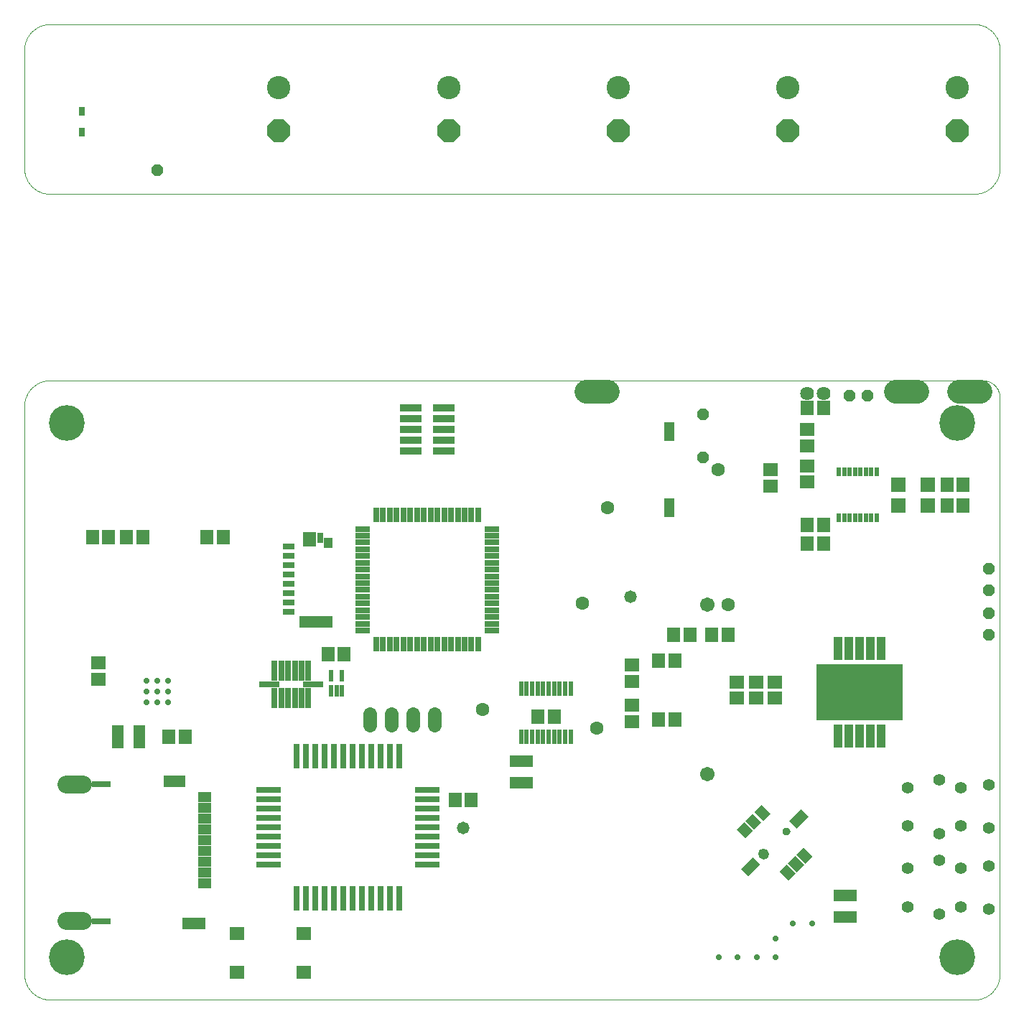
<source format=gts>
G75*
%MOIN*%
%OFA0B0*%
%FSLAX25Y25*%
%IPPOS*%
%LPD*%
%AMOC8*
5,1,8,0,0,1.08239X$1,22.5*
%
%ADD10C,0.00000*%
%ADD11R,0.06706X0.05918*%
%ADD12R,0.05918X0.06706*%
%ADD13C,0.06706*%
%ADD14C,0.10800*%
%ADD15OC8,0.10800*%
%ADD16C,0.06400*%
%ADD17R,0.03162X0.03950*%
%ADD18R,0.06600X0.02800*%
%ADD19R,0.02800X0.06600*%
%ADD20R,0.02965X0.09245*%
%ADD21R,0.09245X0.02965*%
%ADD22R,0.02375X0.05524*%
%ADD23R,0.05721X0.03162*%
%ADD24R,0.15721X0.05524*%
%ADD25R,0.03162X0.04737*%
%ADD26R,0.06312X0.06509*%
%ADD27R,0.04146X0.04540*%
%ADD28R,0.10643X0.05328*%
%ADD29R,0.10052X0.05328*%
%ADD30R,0.05918X0.04737*%
%ADD31R,0.08674X0.03162*%
%ADD32C,0.08477*%
%ADD33R,0.03162X0.11824*%
%ADD34R,0.11824X0.03162*%
%ADD35R,0.02400X0.04400*%
%ADD36R,0.10800X0.05800*%
%ADD37OC8,0.05600*%
%ADD38R,0.06706X0.06706*%
%ADD39R,0.05100X0.08700*%
%ADD40C,0.10850*%
%ADD41C,0.06312*%
%ADD42C,0.05800*%
%ADD43R,0.39370X0.25197*%
%ADD44R,0.04200X0.11000*%
%ADD45R,0.40170X0.25997*%
%ADD46C,0.02769*%
%ADD47R,0.06902X0.05918*%
%ADD48R,0.10249X0.03792*%
%ADD49C,0.06200*%
%ADD50R,0.04737X0.05918*%
%ADD51R,0.04737X0.07887*%
%ADD52C,0.03753*%
%ADD53C,0.04934*%
%ADD54C,0.05524*%
%ADD55R,0.05800X0.10800*%
%ADD56R,0.01981X0.07099*%
%ADD57C,0.16611*%
%ADD58OC8,0.05229*%
D10*
X0071650Y0095547D02*
X0500784Y0095547D01*
X0501069Y0095550D01*
X0501355Y0095561D01*
X0501640Y0095578D01*
X0501924Y0095602D01*
X0502208Y0095633D01*
X0502491Y0095671D01*
X0502772Y0095716D01*
X0503053Y0095767D01*
X0503333Y0095825D01*
X0503611Y0095890D01*
X0503887Y0095962D01*
X0504161Y0096040D01*
X0504434Y0096125D01*
X0504704Y0096217D01*
X0504972Y0096315D01*
X0505238Y0096419D01*
X0505501Y0096530D01*
X0505761Y0096647D01*
X0506019Y0096770D01*
X0506273Y0096900D01*
X0506524Y0097036D01*
X0506772Y0097177D01*
X0507016Y0097325D01*
X0507257Y0097478D01*
X0507493Y0097638D01*
X0507726Y0097803D01*
X0507955Y0097973D01*
X0508180Y0098149D01*
X0508400Y0098331D01*
X0508616Y0098517D01*
X0508827Y0098709D01*
X0509034Y0098906D01*
X0509236Y0099108D01*
X0509433Y0099315D01*
X0509625Y0099526D01*
X0509811Y0099742D01*
X0509993Y0099962D01*
X0510169Y0100187D01*
X0510339Y0100416D01*
X0510504Y0100649D01*
X0510664Y0100885D01*
X0510817Y0101126D01*
X0510965Y0101370D01*
X0511106Y0101618D01*
X0511242Y0101869D01*
X0511372Y0102123D01*
X0511495Y0102381D01*
X0511612Y0102641D01*
X0511723Y0102904D01*
X0511827Y0103170D01*
X0511925Y0103438D01*
X0512017Y0103708D01*
X0512102Y0103981D01*
X0512180Y0104255D01*
X0512252Y0104531D01*
X0512317Y0104809D01*
X0512375Y0105089D01*
X0512426Y0105370D01*
X0512471Y0105651D01*
X0512509Y0105934D01*
X0512540Y0106218D01*
X0512564Y0106502D01*
X0512581Y0106787D01*
X0512592Y0107073D01*
X0512595Y0107358D01*
X0512595Y0375075D01*
X0512593Y0375265D01*
X0512586Y0375455D01*
X0512574Y0375645D01*
X0512558Y0375835D01*
X0512538Y0376024D01*
X0512512Y0376213D01*
X0512483Y0376401D01*
X0512448Y0376588D01*
X0512409Y0376774D01*
X0512366Y0376959D01*
X0512318Y0377144D01*
X0512266Y0377327D01*
X0512210Y0377508D01*
X0512149Y0377688D01*
X0512083Y0377867D01*
X0512014Y0378044D01*
X0511940Y0378220D01*
X0511862Y0378393D01*
X0511779Y0378565D01*
X0511693Y0378734D01*
X0511603Y0378902D01*
X0511508Y0379067D01*
X0511410Y0379230D01*
X0511307Y0379390D01*
X0511201Y0379548D01*
X0511091Y0379703D01*
X0510978Y0379856D01*
X0510860Y0380006D01*
X0510739Y0380152D01*
X0510615Y0380296D01*
X0510487Y0380437D01*
X0510356Y0380575D01*
X0510221Y0380710D01*
X0510083Y0380841D01*
X0509942Y0380969D01*
X0509798Y0381093D01*
X0509652Y0381214D01*
X0509502Y0381332D01*
X0509349Y0381445D01*
X0509194Y0381555D01*
X0509036Y0381661D01*
X0508876Y0381764D01*
X0508713Y0381862D01*
X0508548Y0381957D01*
X0508380Y0382047D01*
X0508211Y0382133D01*
X0508039Y0382216D01*
X0507866Y0382294D01*
X0507690Y0382368D01*
X0507513Y0382437D01*
X0507334Y0382503D01*
X0507154Y0382564D01*
X0506973Y0382620D01*
X0506790Y0382672D01*
X0506605Y0382720D01*
X0506420Y0382763D01*
X0506234Y0382802D01*
X0506047Y0382837D01*
X0505859Y0382866D01*
X0505670Y0382892D01*
X0505481Y0382912D01*
X0505291Y0382928D01*
X0505101Y0382940D01*
X0504911Y0382947D01*
X0504721Y0382949D01*
X0071650Y0382949D01*
X0071365Y0382946D01*
X0071079Y0382935D01*
X0070794Y0382918D01*
X0070510Y0382894D01*
X0070226Y0382863D01*
X0069943Y0382825D01*
X0069662Y0382780D01*
X0069381Y0382729D01*
X0069101Y0382671D01*
X0068823Y0382606D01*
X0068547Y0382534D01*
X0068273Y0382456D01*
X0068000Y0382371D01*
X0067730Y0382279D01*
X0067462Y0382181D01*
X0067196Y0382077D01*
X0066933Y0381966D01*
X0066673Y0381849D01*
X0066415Y0381726D01*
X0066161Y0381596D01*
X0065910Y0381460D01*
X0065662Y0381319D01*
X0065418Y0381171D01*
X0065177Y0381018D01*
X0064941Y0380858D01*
X0064708Y0380693D01*
X0064479Y0380523D01*
X0064254Y0380347D01*
X0064034Y0380165D01*
X0063818Y0379979D01*
X0063607Y0379787D01*
X0063400Y0379590D01*
X0063198Y0379388D01*
X0063001Y0379181D01*
X0062809Y0378970D01*
X0062623Y0378754D01*
X0062441Y0378534D01*
X0062265Y0378309D01*
X0062095Y0378080D01*
X0061930Y0377847D01*
X0061770Y0377611D01*
X0061617Y0377370D01*
X0061469Y0377126D01*
X0061328Y0376878D01*
X0061192Y0376627D01*
X0061062Y0376373D01*
X0060939Y0376115D01*
X0060822Y0375855D01*
X0060711Y0375592D01*
X0060607Y0375326D01*
X0060509Y0375058D01*
X0060417Y0374788D01*
X0060332Y0374515D01*
X0060254Y0374241D01*
X0060182Y0373965D01*
X0060117Y0373687D01*
X0060059Y0373407D01*
X0060008Y0373126D01*
X0059963Y0372845D01*
X0059925Y0372562D01*
X0059894Y0372278D01*
X0059870Y0371994D01*
X0059853Y0371709D01*
X0059842Y0371423D01*
X0059839Y0371138D01*
X0059839Y0107358D01*
X0059842Y0107073D01*
X0059853Y0106787D01*
X0059870Y0106502D01*
X0059894Y0106218D01*
X0059925Y0105934D01*
X0059963Y0105651D01*
X0060008Y0105370D01*
X0060059Y0105089D01*
X0060117Y0104809D01*
X0060182Y0104531D01*
X0060254Y0104255D01*
X0060332Y0103981D01*
X0060417Y0103708D01*
X0060509Y0103438D01*
X0060607Y0103170D01*
X0060711Y0102904D01*
X0060822Y0102641D01*
X0060939Y0102381D01*
X0061062Y0102123D01*
X0061192Y0101869D01*
X0061328Y0101618D01*
X0061469Y0101370D01*
X0061617Y0101126D01*
X0061770Y0100885D01*
X0061930Y0100649D01*
X0062095Y0100416D01*
X0062265Y0100187D01*
X0062441Y0099962D01*
X0062623Y0099742D01*
X0062809Y0099526D01*
X0063001Y0099315D01*
X0063198Y0099108D01*
X0063400Y0098906D01*
X0063607Y0098709D01*
X0063818Y0098517D01*
X0064034Y0098331D01*
X0064254Y0098149D01*
X0064479Y0097973D01*
X0064708Y0097803D01*
X0064941Y0097638D01*
X0065177Y0097478D01*
X0065418Y0097325D01*
X0065662Y0097177D01*
X0065910Y0097036D01*
X0066161Y0096900D01*
X0066415Y0096770D01*
X0066673Y0096647D01*
X0066933Y0096530D01*
X0067196Y0096419D01*
X0067462Y0096315D01*
X0067730Y0096217D01*
X0068000Y0096125D01*
X0068273Y0096040D01*
X0068547Y0095962D01*
X0068823Y0095890D01*
X0069101Y0095825D01*
X0069381Y0095767D01*
X0069662Y0095716D01*
X0069943Y0095671D01*
X0070226Y0095633D01*
X0070510Y0095602D01*
X0070794Y0095578D01*
X0071079Y0095561D01*
X0071365Y0095550D01*
X0071650Y0095547D01*
X0400908Y0163093D02*
X0400910Y0163184D01*
X0400916Y0163274D01*
X0400926Y0163365D01*
X0400940Y0163454D01*
X0400958Y0163543D01*
X0400979Y0163632D01*
X0401005Y0163719D01*
X0401034Y0163805D01*
X0401068Y0163889D01*
X0401104Y0163972D01*
X0401145Y0164054D01*
X0401189Y0164133D01*
X0401236Y0164211D01*
X0401287Y0164286D01*
X0401341Y0164359D01*
X0401398Y0164429D01*
X0401458Y0164497D01*
X0401521Y0164563D01*
X0401587Y0164625D01*
X0401656Y0164684D01*
X0401727Y0164741D01*
X0401801Y0164794D01*
X0401877Y0164844D01*
X0401955Y0164891D01*
X0402035Y0164934D01*
X0402116Y0164973D01*
X0402200Y0165009D01*
X0402285Y0165041D01*
X0402371Y0165070D01*
X0402458Y0165094D01*
X0402547Y0165115D01*
X0402636Y0165132D01*
X0402726Y0165145D01*
X0402816Y0165154D01*
X0402907Y0165159D01*
X0402998Y0165160D01*
X0403088Y0165157D01*
X0403179Y0165150D01*
X0403269Y0165139D01*
X0403359Y0165124D01*
X0403448Y0165105D01*
X0403536Y0165083D01*
X0403622Y0165056D01*
X0403708Y0165026D01*
X0403792Y0164992D01*
X0403875Y0164954D01*
X0403956Y0164913D01*
X0404035Y0164868D01*
X0404112Y0164819D01*
X0404186Y0164768D01*
X0404259Y0164713D01*
X0404329Y0164655D01*
X0404396Y0164594D01*
X0404460Y0164530D01*
X0404522Y0164464D01*
X0404581Y0164394D01*
X0404636Y0164323D01*
X0404689Y0164248D01*
X0404738Y0164172D01*
X0404784Y0164094D01*
X0404826Y0164013D01*
X0404865Y0163931D01*
X0404900Y0163847D01*
X0404931Y0163762D01*
X0404958Y0163675D01*
X0404982Y0163588D01*
X0405002Y0163499D01*
X0405018Y0163410D01*
X0405030Y0163320D01*
X0405038Y0163229D01*
X0405042Y0163138D01*
X0405042Y0163048D01*
X0405038Y0162957D01*
X0405030Y0162866D01*
X0405018Y0162776D01*
X0405002Y0162687D01*
X0404982Y0162598D01*
X0404958Y0162511D01*
X0404931Y0162424D01*
X0404900Y0162339D01*
X0404865Y0162255D01*
X0404826Y0162173D01*
X0404784Y0162092D01*
X0404738Y0162014D01*
X0404689Y0161938D01*
X0404636Y0161863D01*
X0404581Y0161792D01*
X0404522Y0161722D01*
X0404460Y0161656D01*
X0404396Y0161592D01*
X0404329Y0161531D01*
X0404259Y0161473D01*
X0404186Y0161418D01*
X0404112Y0161367D01*
X0404035Y0161318D01*
X0403956Y0161273D01*
X0403875Y0161232D01*
X0403792Y0161194D01*
X0403708Y0161160D01*
X0403622Y0161130D01*
X0403536Y0161103D01*
X0403448Y0161081D01*
X0403359Y0161062D01*
X0403269Y0161047D01*
X0403179Y0161036D01*
X0403088Y0161029D01*
X0402998Y0161026D01*
X0402907Y0161027D01*
X0402816Y0161032D01*
X0402726Y0161041D01*
X0402636Y0161054D01*
X0402547Y0161071D01*
X0402458Y0161092D01*
X0402371Y0161116D01*
X0402285Y0161145D01*
X0402200Y0161177D01*
X0402116Y0161213D01*
X0402035Y0161252D01*
X0401955Y0161295D01*
X0401877Y0161342D01*
X0401801Y0161392D01*
X0401727Y0161445D01*
X0401656Y0161502D01*
X0401587Y0161561D01*
X0401521Y0161623D01*
X0401458Y0161689D01*
X0401398Y0161757D01*
X0401341Y0161827D01*
X0401287Y0161900D01*
X0401236Y0161975D01*
X0401189Y0162053D01*
X0401145Y0162132D01*
X0401104Y0162214D01*
X0401068Y0162297D01*
X0401034Y0162381D01*
X0401005Y0162467D01*
X0400979Y0162554D01*
X0400958Y0162643D01*
X0400940Y0162732D01*
X0400926Y0162821D01*
X0400916Y0162912D01*
X0400910Y0163002D01*
X0400908Y0163093D01*
X0412078Y0173671D02*
X0412080Y0173748D01*
X0412086Y0173824D01*
X0412096Y0173900D01*
X0412110Y0173975D01*
X0412127Y0174050D01*
X0412149Y0174123D01*
X0412174Y0174196D01*
X0412204Y0174267D01*
X0412236Y0174336D01*
X0412273Y0174403D01*
X0412312Y0174469D01*
X0412355Y0174532D01*
X0412402Y0174593D01*
X0412451Y0174652D01*
X0412504Y0174708D01*
X0412559Y0174761D01*
X0412617Y0174811D01*
X0412677Y0174858D01*
X0412740Y0174902D01*
X0412805Y0174943D01*
X0412872Y0174980D01*
X0412941Y0175014D01*
X0413011Y0175044D01*
X0413083Y0175070D01*
X0413157Y0175092D01*
X0413231Y0175111D01*
X0413306Y0175126D01*
X0413382Y0175137D01*
X0413458Y0175144D01*
X0413535Y0175147D01*
X0413611Y0175146D01*
X0413688Y0175141D01*
X0413764Y0175132D01*
X0413840Y0175119D01*
X0413914Y0175102D01*
X0413988Y0175082D01*
X0414061Y0175057D01*
X0414132Y0175029D01*
X0414202Y0174997D01*
X0414270Y0174962D01*
X0414336Y0174923D01*
X0414400Y0174881D01*
X0414461Y0174835D01*
X0414521Y0174786D01*
X0414577Y0174735D01*
X0414631Y0174680D01*
X0414682Y0174623D01*
X0414730Y0174563D01*
X0414775Y0174501D01*
X0414816Y0174436D01*
X0414854Y0174370D01*
X0414889Y0174302D01*
X0414919Y0174231D01*
X0414947Y0174160D01*
X0414970Y0174087D01*
X0414990Y0174013D01*
X0415006Y0173938D01*
X0415018Y0173862D01*
X0415026Y0173786D01*
X0415030Y0173709D01*
X0415030Y0173633D01*
X0415026Y0173556D01*
X0415018Y0173480D01*
X0415006Y0173404D01*
X0414990Y0173329D01*
X0414970Y0173255D01*
X0414947Y0173182D01*
X0414919Y0173111D01*
X0414889Y0173040D01*
X0414854Y0172972D01*
X0414816Y0172906D01*
X0414775Y0172841D01*
X0414730Y0172779D01*
X0414682Y0172719D01*
X0414631Y0172662D01*
X0414577Y0172607D01*
X0414521Y0172556D01*
X0414461Y0172507D01*
X0414400Y0172461D01*
X0414336Y0172419D01*
X0414270Y0172380D01*
X0414202Y0172345D01*
X0414132Y0172313D01*
X0414061Y0172285D01*
X0413988Y0172260D01*
X0413914Y0172240D01*
X0413840Y0172223D01*
X0413764Y0172210D01*
X0413688Y0172201D01*
X0413611Y0172196D01*
X0413535Y0172195D01*
X0413458Y0172198D01*
X0413382Y0172205D01*
X0413306Y0172216D01*
X0413231Y0172231D01*
X0413157Y0172250D01*
X0413083Y0172272D01*
X0413011Y0172298D01*
X0412941Y0172328D01*
X0412872Y0172362D01*
X0412805Y0172399D01*
X0412740Y0172440D01*
X0412677Y0172484D01*
X0412617Y0172531D01*
X0412559Y0172581D01*
X0412504Y0172634D01*
X0412451Y0172690D01*
X0412402Y0172749D01*
X0412355Y0172810D01*
X0412312Y0172873D01*
X0412273Y0172939D01*
X0412236Y0173006D01*
X0412204Y0173075D01*
X0412174Y0173146D01*
X0412149Y0173219D01*
X0412127Y0173292D01*
X0412110Y0173367D01*
X0412096Y0173442D01*
X0412086Y0173518D01*
X0412080Y0173594D01*
X0412078Y0173671D01*
X0500784Y0469563D02*
X0071650Y0469563D01*
X0071365Y0469566D01*
X0071079Y0469577D01*
X0070794Y0469594D01*
X0070510Y0469618D01*
X0070226Y0469649D01*
X0069943Y0469687D01*
X0069662Y0469732D01*
X0069381Y0469783D01*
X0069101Y0469841D01*
X0068823Y0469906D01*
X0068547Y0469978D01*
X0068273Y0470056D01*
X0068000Y0470141D01*
X0067730Y0470233D01*
X0067462Y0470331D01*
X0067196Y0470435D01*
X0066933Y0470546D01*
X0066673Y0470663D01*
X0066415Y0470786D01*
X0066161Y0470916D01*
X0065910Y0471052D01*
X0065662Y0471193D01*
X0065418Y0471341D01*
X0065177Y0471494D01*
X0064941Y0471654D01*
X0064708Y0471819D01*
X0064479Y0471989D01*
X0064254Y0472165D01*
X0064034Y0472347D01*
X0063818Y0472533D01*
X0063607Y0472725D01*
X0063400Y0472922D01*
X0063198Y0473124D01*
X0063001Y0473331D01*
X0062809Y0473542D01*
X0062623Y0473758D01*
X0062441Y0473978D01*
X0062265Y0474203D01*
X0062095Y0474432D01*
X0061930Y0474665D01*
X0061770Y0474901D01*
X0061617Y0475142D01*
X0061469Y0475386D01*
X0061328Y0475634D01*
X0061192Y0475885D01*
X0061062Y0476139D01*
X0060939Y0476397D01*
X0060822Y0476657D01*
X0060711Y0476920D01*
X0060607Y0477186D01*
X0060509Y0477454D01*
X0060417Y0477724D01*
X0060332Y0477997D01*
X0060254Y0478271D01*
X0060182Y0478547D01*
X0060117Y0478825D01*
X0060059Y0479105D01*
X0060008Y0479386D01*
X0059963Y0479667D01*
X0059925Y0479950D01*
X0059894Y0480234D01*
X0059870Y0480518D01*
X0059853Y0480803D01*
X0059842Y0481089D01*
X0059839Y0481374D01*
X0059839Y0536492D01*
X0059842Y0536777D01*
X0059853Y0537063D01*
X0059870Y0537348D01*
X0059894Y0537632D01*
X0059925Y0537916D01*
X0059963Y0538199D01*
X0060008Y0538480D01*
X0060059Y0538761D01*
X0060117Y0539041D01*
X0060182Y0539319D01*
X0060254Y0539595D01*
X0060332Y0539869D01*
X0060417Y0540142D01*
X0060509Y0540412D01*
X0060607Y0540680D01*
X0060711Y0540946D01*
X0060822Y0541209D01*
X0060939Y0541469D01*
X0061062Y0541727D01*
X0061192Y0541981D01*
X0061328Y0542232D01*
X0061469Y0542480D01*
X0061617Y0542724D01*
X0061770Y0542965D01*
X0061930Y0543201D01*
X0062095Y0543434D01*
X0062265Y0543663D01*
X0062441Y0543888D01*
X0062623Y0544108D01*
X0062809Y0544324D01*
X0063001Y0544535D01*
X0063198Y0544742D01*
X0063400Y0544944D01*
X0063607Y0545141D01*
X0063818Y0545333D01*
X0064034Y0545519D01*
X0064254Y0545701D01*
X0064479Y0545877D01*
X0064708Y0546047D01*
X0064941Y0546212D01*
X0065177Y0546372D01*
X0065418Y0546525D01*
X0065662Y0546673D01*
X0065910Y0546814D01*
X0066161Y0546950D01*
X0066415Y0547080D01*
X0066673Y0547203D01*
X0066933Y0547320D01*
X0067196Y0547431D01*
X0067462Y0547535D01*
X0067730Y0547633D01*
X0068000Y0547725D01*
X0068273Y0547810D01*
X0068547Y0547888D01*
X0068823Y0547960D01*
X0069101Y0548025D01*
X0069381Y0548083D01*
X0069662Y0548134D01*
X0069943Y0548179D01*
X0070226Y0548217D01*
X0070510Y0548248D01*
X0070794Y0548272D01*
X0071079Y0548289D01*
X0071365Y0548300D01*
X0071650Y0548303D01*
X0500784Y0548303D01*
X0501069Y0548300D01*
X0501355Y0548289D01*
X0501640Y0548272D01*
X0501924Y0548248D01*
X0502208Y0548217D01*
X0502491Y0548179D01*
X0502772Y0548134D01*
X0503053Y0548083D01*
X0503333Y0548025D01*
X0503611Y0547960D01*
X0503887Y0547888D01*
X0504161Y0547810D01*
X0504434Y0547725D01*
X0504704Y0547633D01*
X0504972Y0547535D01*
X0505238Y0547431D01*
X0505501Y0547320D01*
X0505761Y0547203D01*
X0506019Y0547080D01*
X0506273Y0546950D01*
X0506524Y0546814D01*
X0506772Y0546673D01*
X0507016Y0546525D01*
X0507257Y0546372D01*
X0507493Y0546212D01*
X0507726Y0546047D01*
X0507955Y0545877D01*
X0508180Y0545701D01*
X0508400Y0545519D01*
X0508616Y0545333D01*
X0508827Y0545141D01*
X0509034Y0544944D01*
X0509236Y0544742D01*
X0509433Y0544535D01*
X0509625Y0544324D01*
X0509811Y0544108D01*
X0509993Y0543888D01*
X0510169Y0543663D01*
X0510339Y0543434D01*
X0510504Y0543201D01*
X0510664Y0542965D01*
X0510817Y0542724D01*
X0510965Y0542480D01*
X0511106Y0542232D01*
X0511242Y0541981D01*
X0511372Y0541727D01*
X0511495Y0541469D01*
X0511612Y0541209D01*
X0511723Y0540946D01*
X0511827Y0540680D01*
X0511925Y0540412D01*
X0512017Y0540142D01*
X0512102Y0539869D01*
X0512180Y0539595D01*
X0512252Y0539319D01*
X0512317Y0539041D01*
X0512375Y0538761D01*
X0512426Y0538480D01*
X0512471Y0538199D01*
X0512509Y0537916D01*
X0512540Y0537632D01*
X0512564Y0537348D01*
X0512581Y0537063D01*
X0512592Y0536777D01*
X0512595Y0536492D01*
X0512595Y0481374D01*
X0512592Y0481089D01*
X0512581Y0480803D01*
X0512564Y0480518D01*
X0512540Y0480234D01*
X0512509Y0479950D01*
X0512471Y0479667D01*
X0512426Y0479386D01*
X0512375Y0479105D01*
X0512317Y0478825D01*
X0512252Y0478547D01*
X0512180Y0478271D01*
X0512102Y0477997D01*
X0512017Y0477724D01*
X0511925Y0477454D01*
X0511827Y0477186D01*
X0511723Y0476920D01*
X0511612Y0476657D01*
X0511495Y0476397D01*
X0511372Y0476139D01*
X0511242Y0475885D01*
X0511106Y0475634D01*
X0510965Y0475386D01*
X0510817Y0475142D01*
X0510664Y0474901D01*
X0510504Y0474665D01*
X0510339Y0474432D01*
X0510169Y0474203D01*
X0509993Y0473978D01*
X0509811Y0473758D01*
X0509625Y0473542D01*
X0509433Y0473331D01*
X0509236Y0473124D01*
X0509034Y0472922D01*
X0508827Y0472725D01*
X0508616Y0472533D01*
X0508400Y0472347D01*
X0508180Y0472165D01*
X0507955Y0471989D01*
X0507726Y0471819D01*
X0507493Y0471654D01*
X0507257Y0471494D01*
X0507016Y0471341D01*
X0506772Y0471193D01*
X0506524Y0471052D01*
X0506273Y0470916D01*
X0506019Y0470786D01*
X0505761Y0470663D01*
X0505501Y0470546D01*
X0505238Y0470435D01*
X0504972Y0470331D01*
X0504704Y0470233D01*
X0504434Y0470141D01*
X0504161Y0470056D01*
X0503887Y0469978D01*
X0503611Y0469906D01*
X0503333Y0469841D01*
X0503053Y0469783D01*
X0502772Y0469732D01*
X0502491Y0469687D01*
X0502208Y0469649D01*
X0501924Y0469618D01*
X0501640Y0469594D01*
X0501355Y0469577D01*
X0501069Y0469566D01*
X0500784Y0469563D01*
D11*
X0423028Y0360114D03*
X0423028Y0352634D03*
X0423028Y0343382D03*
X0423028Y0335902D03*
X0406296Y0333933D03*
X0406296Y0341413D03*
X0341926Y0250862D03*
X0341926Y0243382D03*
X0341926Y0232161D03*
X0341926Y0224681D03*
X0390548Y0235508D03*
X0390548Y0242988D03*
X0399406Y0242988D03*
X0408264Y0242988D03*
X0408264Y0235508D03*
X0399406Y0235508D03*
X0094288Y0244366D03*
X0094288Y0251846D03*
D12*
X0126965Y0217594D03*
X0134446Y0217594D03*
X0200784Y0255980D03*
X0208264Y0255980D03*
X0152162Y0310114D03*
X0144682Y0310114D03*
X0114760Y0310114D03*
X0107280Y0310114D03*
X0099012Y0310114D03*
X0091532Y0310114D03*
X0259839Y0188067D03*
X0267320Y0188067D03*
X0298225Y0227043D03*
X0305705Y0227043D03*
X0354327Y0225469D03*
X0361808Y0225469D03*
X0361808Y0253028D03*
X0354327Y0253028D03*
X0361217Y0264839D03*
X0368698Y0264839D03*
X0378934Y0264839D03*
X0386414Y0264839D03*
X0423225Y0307161D03*
X0430705Y0307161D03*
X0430705Y0316020D03*
X0423225Y0316020D03*
X0423225Y0370154D03*
X0430705Y0370154D03*
X0488186Y0334720D03*
X0495666Y0334720D03*
X0495666Y0324878D03*
X0488186Y0324878D03*
D13*
X0376768Y0278894D03*
X0376768Y0200154D03*
D14*
X0414170Y0518933D03*
X0492910Y0518933D03*
X0335430Y0518933D03*
X0256690Y0518933D03*
X0177949Y0518933D03*
D15*
X0177949Y0498933D03*
X0256690Y0498933D03*
X0335430Y0498933D03*
X0414170Y0498933D03*
X0492910Y0498933D03*
D16*
X0430902Y0377043D03*
X0423028Y0377043D03*
D17*
X0086414Y0498087D03*
X0086414Y0507929D03*
D18*
X0216847Y0314029D03*
X0216847Y0310929D03*
X0216847Y0307729D03*
X0216847Y0304629D03*
X0216847Y0301429D03*
X0216847Y0298329D03*
X0216847Y0295129D03*
X0216847Y0292029D03*
X0216847Y0288829D03*
X0216847Y0285729D03*
X0216847Y0282529D03*
X0216847Y0279429D03*
X0216847Y0276229D03*
X0216847Y0273129D03*
X0216847Y0269929D03*
X0216847Y0266829D03*
X0276847Y0266829D03*
X0276847Y0269929D03*
X0276847Y0273129D03*
X0276847Y0276229D03*
X0276847Y0279429D03*
X0276847Y0282529D03*
X0276847Y0285729D03*
X0276847Y0288829D03*
X0276847Y0292029D03*
X0276847Y0295129D03*
X0276847Y0298329D03*
X0276847Y0301429D03*
X0276847Y0304629D03*
X0276847Y0307729D03*
X0276847Y0310929D03*
X0276847Y0314029D03*
D19*
X0270447Y0320429D03*
X0267347Y0320429D03*
X0264147Y0320429D03*
X0261047Y0320429D03*
X0257847Y0320429D03*
X0254747Y0320429D03*
X0251547Y0320429D03*
X0248447Y0320429D03*
X0245247Y0320429D03*
X0242147Y0320429D03*
X0238947Y0320429D03*
X0235847Y0320429D03*
X0232647Y0320429D03*
X0229547Y0320429D03*
X0226347Y0320429D03*
X0223247Y0320429D03*
X0223247Y0260429D03*
X0226347Y0260429D03*
X0229547Y0260429D03*
X0232647Y0260429D03*
X0235847Y0260429D03*
X0238947Y0260429D03*
X0242147Y0260429D03*
X0245247Y0260429D03*
X0248447Y0260429D03*
X0251547Y0260429D03*
X0254747Y0260429D03*
X0257847Y0260429D03*
X0261047Y0260429D03*
X0264147Y0260429D03*
X0267347Y0260429D03*
X0270447Y0260429D03*
D20*
X0191650Y0248303D03*
X0188501Y0248303D03*
X0185351Y0248303D03*
X0182201Y0248303D03*
X0179052Y0248303D03*
X0175902Y0248303D03*
X0175902Y0235705D03*
X0179052Y0235705D03*
X0182201Y0235705D03*
X0185351Y0235705D03*
X0188501Y0235705D03*
X0191650Y0235705D03*
D21*
X0194012Y0242004D03*
X0173540Y0242004D03*
D22*
X0202201Y0238776D03*
X0204760Y0238776D03*
X0207320Y0238776D03*
X0207320Y0245862D03*
X0202201Y0245862D03*
D23*
X0182595Y0275429D03*
X0182595Y0279760D03*
X0182595Y0284091D03*
X0182595Y0288421D03*
X0182595Y0292752D03*
X0182595Y0297083D03*
X0182595Y0301413D03*
X0182595Y0305744D03*
D24*
X0195115Y0270902D03*
D25*
X0197044Y0309878D03*
D26*
X0192123Y0309091D03*
D27*
X0200863Y0307516D03*
D28*
X0138422Y0130902D03*
D29*
X0129564Y0196846D03*
D30*
X0143422Y0189602D03*
X0143422Y0184602D03*
X0143422Y0179602D03*
X0143422Y0174602D03*
X0143422Y0169602D03*
X0143422Y0164602D03*
X0143422Y0159602D03*
X0143422Y0154602D03*
X0143422Y0149602D03*
D31*
X0095351Y0131886D03*
X0095351Y0195665D03*
D32*
X0086946Y0195626D02*
X0079268Y0195626D01*
X0079268Y0132083D02*
X0086946Y0132083D01*
D33*
X0186217Y0142476D03*
X0190548Y0142476D03*
X0194879Y0142476D03*
X0199209Y0142476D03*
X0203540Y0142476D03*
X0207871Y0142476D03*
X0212201Y0142476D03*
X0216532Y0142476D03*
X0220863Y0142476D03*
X0225194Y0142476D03*
X0229524Y0142476D03*
X0233855Y0142476D03*
X0233855Y0208618D03*
X0229524Y0208618D03*
X0225194Y0208618D03*
X0220863Y0208618D03*
X0216532Y0208618D03*
X0212201Y0208618D03*
X0207871Y0208618D03*
X0203540Y0208618D03*
X0199209Y0208618D03*
X0194879Y0208618D03*
X0190548Y0208618D03*
X0186217Y0208618D03*
D34*
X0173225Y0192870D03*
X0173225Y0188539D03*
X0173225Y0184209D03*
X0173225Y0179878D03*
X0173225Y0175547D03*
X0173225Y0171217D03*
X0173225Y0166886D03*
X0173225Y0162555D03*
X0173225Y0158224D03*
X0246847Y0158224D03*
X0246847Y0162555D03*
X0246847Y0166886D03*
X0246847Y0171217D03*
X0246847Y0175547D03*
X0246847Y0179878D03*
X0246847Y0184209D03*
X0246847Y0188539D03*
X0246847Y0192870D03*
D35*
X0437900Y0319099D03*
X0440400Y0319099D03*
X0442900Y0319099D03*
X0445400Y0319099D03*
X0447900Y0319099D03*
X0450400Y0319099D03*
X0452900Y0319099D03*
X0455400Y0319099D03*
X0455400Y0340499D03*
X0452900Y0340499D03*
X0450400Y0340499D03*
X0447900Y0340499D03*
X0445400Y0340499D03*
X0442900Y0340499D03*
X0440400Y0340499D03*
X0437900Y0340499D03*
D36*
X0290351Y0206059D03*
X0290351Y0196059D03*
X0440745Y0143854D03*
X0440745Y0133854D03*
D37*
X0507674Y0264760D03*
X0507674Y0274760D03*
X0507674Y0285429D03*
X0507674Y0295429D03*
X0374800Y0347358D03*
X0374800Y0367358D03*
D38*
X0465351Y0334720D03*
X0465351Y0324878D03*
X0479131Y0324878D03*
X0479131Y0334720D03*
D39*
X0359052Y0323910D03*
X0359052Y0359310D03*
D40*
X0330612Y0377909D02*
X0320562Y0377909D01*
X0464263Y0377909D02*
X0474313Y0377909D01*
X0493594Y0377870D02*
X0503644Y0377870D01*
D41*
X0386394Y0278913D03*
X0330509Y0323894D03*
X0318737Y0279681D03*
X0272438Y0230390D03*
X0325587Y0221531D03*
X0381690Y0341610D03*
D42*
X0341335Y0282555D03*
X0263579Y0175272D03*
D43*
X0447635Y0238264D03*
D44*
X0447635Y0258611D03*
X0452635Y0258611D03*
X0457635Y0258611D03*
X0442635Y0258611D03*
X0437635Y0258611D03*
X0437635Y0217916D03*
X0442635Y0217916D03*
X0447635Y0217916D03*
X0452635Y0217916D03*
X0457635Y0217916D03*
D45*
X0447635Y0238264D03*
D46*
X0432635Y0238264D03*
X0462635Y0248264D03*
X0462635Y0228264D03*
X0425410Y0130862D03*
X0416552Y0130862D03*
X0408678Y0123972D03*
X0408678Y0115114D03*
X0399820Y0115114D03*
X0390961Y0115114D03*
X0382103Y0115114D03*
X0126390Y0233720D03*
X0121469Y0233720D03*
X0116548Y0233720D03*
X0116548Y0238642D03*
X0116548Y0243563D03*
X0121469Y0243563D03*
X0121469Y0238642D03*
X0126390Y0238642D03*
X0126390Y0243563D03*
D47*
X0158363Y0126059D03*
X0158363Y0108343D03*
X0189662Y0108343D03*
X0189662Y0126059D03*
D48*
X0239170Y0350311D03*
X0239170Y0355311D03*
X0239170Y0360311D03*
X0239170Y0365311D03*
X0239209Y0370311D03*
X0254544Y0370311D03*
X0254524Y0365311D03*
X0254524Y0360311D03*
X0254524Y0355311D03*
X0254524Y0350311D03*
D49*
X0250036Y0228169D02*
X0250036Y0222769D01*
X0240036Y0222769D02*
X0240036Y0228169D01*
X0230036Y0228169D02*
X0230036Y0222769D01*
X0220036Y0222769D02*
X0220036Y0228169D01*
D50*
G36*
X0398027Y0173839D02*
X0394678Y0170490D01*
X0390495Y0174673D01*
X0393844Y0178022D01*
X0398027Y0173839D01*
G37*
G36*
X0401981Y0177820D02*
X0398632Y0174471D01*
X0394449Y0178654D01*
X0397798Y0182003D01*
X0401981Y0177820D01*
G37*
G36*
X0406045Y0181773D02*
X0402696Y0178424D01*
X0398513Y0182607D01*
X0401862Y0185956D01*
X0406045Y0181773D01*
G37*
G36*
X0425699Y0162035D02*
X0422350Y0158686D01*
X0418167Y0162869D01*
X0421516Y0166218D01*
X0425699Y0162035D01*
G37*
G36*
X0421732Y0158068D02*
X0418383Y0154719D01*
X0414200Y0158902D01*
X0417549Y0162251D01*
X0421732Y0158068D01*
G37*
G36*
X0417765Y0154101D02*
X0414416Y0150752D01*
X0410233Y0154935D01*
X0413582Y0158284D01*
X0417765Y0154101D01*
G37*
D51*
G36*
X0396016Y0152784D02*
X0392667Y0156133D01*
X0398242Y0161708D01*
X0401591Y0158359D01*
X0396016Y0152784D01*
G37*
G36*
X0420513Y0183979D02*
X0423862Y0180630D01*
X0418287Y0175055D01*
X0414938Y0178404D01*
X0420513Y0183979D01*
G37*
D52*
X0413554Y0173671D03*
D53*
X0402975Y0163093D03*
D54*
X0469871Y0156429D03*
X0484642Y0160114D03*
X0494674Y0156429D03*
X0507674Y0157713D03*
X0507674Y0175114D03*
X0494674Y0176114D03*
X0484642Y0172713D03*
X0469871Y0176114D03*
X0469871Y0193831D03*
X0484642Y0197516D03*
X0494674Y0193831D03*
X0507674Y0195114D03*
X0507674Y0137713D03*
X0494674Y0138713D03*
X0484642Y0135311D03*
X0469871Y0138713D03*
D55*
X0113068Y0217594D03*
X0103068Y0217594D03*
D56*
X0290430Y0217693D03*
X0292989Y0217693D03*
X0295548Y0217693D03*
X0298107Y0217693D03*
X0300666Y0217693D03*
X0303225Y0217693D03*
X0305784Y0217693D03*
X0308343Y0217693D03*
X0310902Y0217693D03*
X0313461Y0217693D03*
X0313461Y0239740D03*
X0310902Y0239740D03*
X0308343Y0239740D03*
X0305784Y0239740D03*
X0303225Y0239740D03*
X0300666Y0239740D03*
X0298107Y0239740D03*
X0295548Y0239740D03*
X0292989Y0239740D03*
X0290430Y0239740D03*
D57*
X0492910Y0363264D03*
X0492910Y0115232D03*
X0079524Y0115232D03*
X0079524Y0363264D03*
D58*
X0121650Y0480587D03*
X0442910Y0375862D03*
X0451178Y0375862D03*
M02*

</source>
